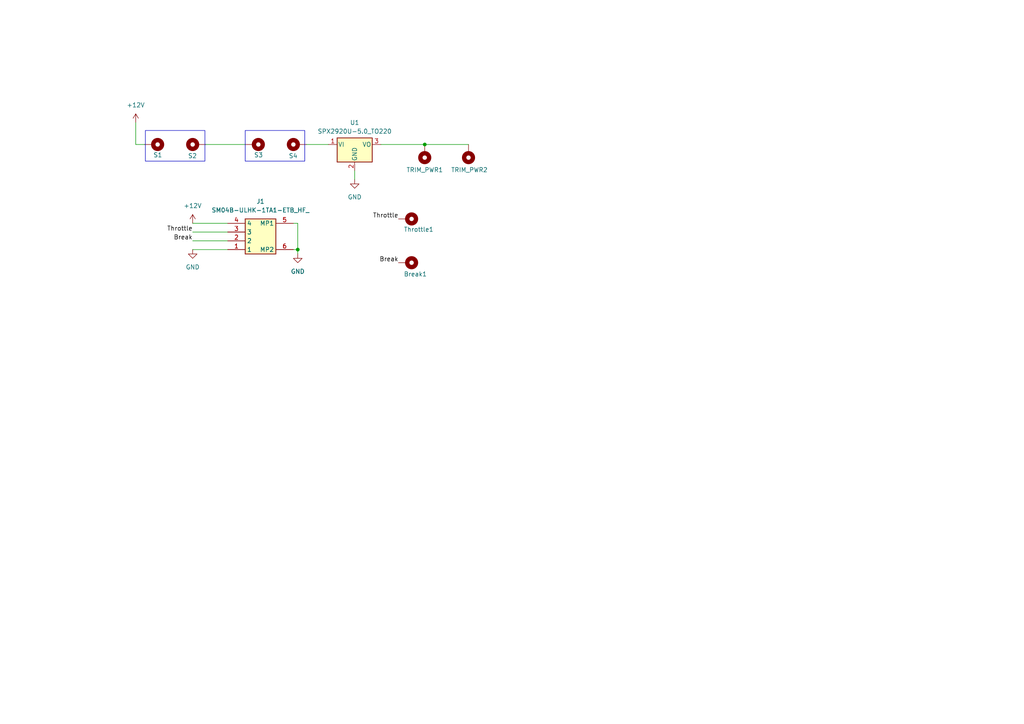
<source format=kicad_sch>
(kicad_sch (version 20250114) (generator "eeschema") (generator_version "9.0")
  (paper "A4")
  (title_block (title "BSPD Test Bench") (date "2025-06-19") (rev "V1.0") (company "Sun Devil Motorsports"))
  (lib_symbols
    (symbol "Mechanical:MountingHole_Pad_MP" (pin_numbers (hide yes)) (pin_names (offset 1.016) (hide yes)) (exclude_from_sim yes) (in_bom no)
      (property "Reference" "H" (at 0 6.35 0))
      (property "Value" "MountingHole_Pad_MP" (at 0 4.445 0))
      (symbol "MountingHole_Pad_MP_0_1"
        (circle (center 0 1.27) (radius 1.27) (stroke (width 1.27)))
      )
      (symbol "MountingHole_Pad_MP_1_1"
        (pin input line (at 0 -2.54 90) (length 2.54) (name "MP") (number "MP"))
      )
    )
    (symbol "Regulator_Linear:SPX2920U-5.0_TO220" (pin_names (offset 0.254))
      (property "Reference" "U" (at -3.81 3.175 0))
      (property "Value" "SPX2920U-5.0_TO220" (at 0 3.175 0))
      (symbol "SPX2920U-5.0_TO220_0_1"
        (rectangle (start -5.08 1.905) (end 5.08 -5.08) (stroke (width 0.254)) (fill (type background)))
      )
      (symbol "SPX2920U-5.0_TO220_1_1"
        (pin power_in line (at -7.62 0 0) (length 2.54) (name "VI") (number "1"))
        (pin power_in line (at 0 -7.62 90) (length 2.54) (name "GND") (number "2"))
        (pin power_out line (at 7.62 0 180) (length 2.54) (name "VO") (number "3"))
      )
    )
    (symbol "SDM_CONNECTOR:SM04B-ULHK-1TA1-ETB_HF_"
      (property "Reference" "J" (at 19.05 7.62 0))
      (property "Value" "SM04B-ULHK-1TA1-ETB_HF_" (at 19.05 5.08 0))
      (symbol "SM04B-ULHK-1TA1-ETB_HF__1_1"
        (rectangle (start 5.08 1.27) (end 13.97 -8.89) (stroke (width 0.254)) (fill (type background)))
        (pin passive line (at 0 0 0) (length 5.08) (name "4") (number "4"))
        (pin passive line (at 0 -2.54 0) (length 5.08) (name "3") (number "3"))
        (pin passive line (at 0 -5.08 0) (length 5.08) (name "2") (number "2"))
        (pin passive line (at 0 -7.62 0) (length 5.08) (name "1") (number "1"))
        (pin input line (at 19.05 0 180) (length 5.08) (name "MP1") (number "5"))
        (pin input line (at 19.05 -7.62 180) (length 5.08) (name "MP2") (number "6"))
      )
    )
    (symbol "power:+12V" (power) (pin_numbers (hide yes)) (pin_names (offset 0) (hide yes))
      (property "Value" "+12V" (at 0 3.556 0))
      (symbol "+12V_0_1"
        (polyline (pts (xy -0.762 1.27) (xy 0 2.54)))
        (polyline (pts (xy 0 2.54) (xy 0.762 1.27)))
        (polyline (pts (xy 0 0) (xy 0 2.54)))
      )
      (symbol "+12V_1_1"
        (pin power_in line (at 0 0 90) (length 0) (name "~") (number "1"))
      )
    )
    (symbol "power:GND" (power) (pin_numbers (hide yes)) (pin_names (offset 0) (hide yes))
      (property "Value" "GND" (at 0 -3.81 0))
      (symbol "GND_0_1"
        (polyline (pts (xy 0 0) (xy 0 -1.27) (xy 1.27 -1.27) (xy 0 -2.54) (xy -1.27 -1.27) (xy 0 -1.27)))
      )
      (symbol "GND_1_1"
        (pin power_in line (at 0 0 270) (length 0) (name "~") (number "1"))
      )
    )
  )
  (rectangle (start 71.12 37.846) (end 88.392 46.736))
  (rectangle (start 42.164 37.846) (end 59.436 46.736))
  (junction (at 86.36 72.39))
  (junction (at 123.19 41.91))
  (wire (pts (xy 55.88 69.85) (xy 66.04 69.85)))
  (wire (pts (xy 102.87 52.07) (xy 102.87 49.53)))
  (wire (pts (xy 55.88 64.77) (xy 66.04 64.77)))
  (wire (pts (xy 86.36 72.39) (xy 86.36 73.66)))
  (wire (pts (xy 110.49 41.91) (xy 123.19 41.91)))
  (wire (pts (xy 85.09 64.77) (xy 86.36 64.77)))
  (wire (pts (xy 59.69 41.91) (xy 71.12 41.91)))
  (wire (pts (xy 55.88 67.31) (xy 66.04 67.31)))
  (wire (pts (xy 41.91 41.91) (xy 39.37 41.91)))
  (wire (pts (xy 88.9 41.91) (xy 95.25 41.91)))
  (wire (pts (xy 55.88 72.39) (xy 66.04 72.39)))
  (wire (pts (xy 85.09 72.39) (xy 86.36 72.39)))
  (wire (pts (xy 123.19 41.91) (xy 135.89 41.91)))
  (wire (pts (xy 86.36 64.77) (xy 86.36 72.39)))
  (wire (pts (xy 39.37 35.56) (xy 39.37 41.91)))
  (label "Throttle" (at 115.57 63.5 180))
  (label "Throttle" (at 55.88 67.31 180))
  (label "Break" (at 55.88 69.85 180))
  (label "Break" (at 115.57 76.2 180))
  (symbol (lib_id "Mechanical:MountingHole_Pad_MP") (at 73.66 41.91 270) (unit 1) (exclude_from_sim yes) (in_bom no)
    (property "Reference" "S3" (at 73.66 44.958 90) (effects (justify left)))
    (property "Value" "MountingHole_Pad_MP" (effects (hide yes)))
    (property "Footprint" "MountingHole:MountingHole_2.2mm_M2_Pad_TopBottom" (effects (hide yes)))
    (property "Description" "Mounting Hole with connection as pad named MP" (effects (hide yes)))
  )
  (symbol (lib_id "Regulator_Linear:SPX2920U-5.0_TO220") (at 102.87 41.91 0) (unit 1)
    (property "Reference" "U1" (at 102.87 35.56 0))
    (property "Value" "SPX2920U-5.0_TO220" (at 102.87 38.1 0))
    (property "Footprint" "Package_TO_SOT_THT:TO-220-3_Vertical" (effects (hide yes)))
    (property "Datasheet" "http://www.zlgmcu.com/Sipex/LDO/PDF/spx2920.pdf" (effects (hide yes)))
    (property "Description" "400mA Low drop-out regulator, Fixed Output 5V, TO-220" (effects (hide yes)))
  )
  (symbol (lib_id "power:GND") (at 86.36 73.66 0) (unit 1)
    (property "Reference" "#PWR05" (effects (hide yes)))
    (property "Value" "GND" (at 86.36 78.74 0))
    (property "Description" "Power symbol creates a global label with name \"GND\" , ground" (effects (hide yes)))
  )
  (symbol (lib_id "Mechanical:MountingHole_Pad_MP") (at 118.11 63.5 270) (unit 1) (exclude_from_sim yes) (in_bom no)
    (property "Reference" "Throttle1" (at 117.094 66.548 90) (effects (justify left)))
    (property "Value" "MountingHole_Pad_MP" (effects (hide yes)))
    (property "Footprint" "MountingHole:MountingHole_2.2mm_M2_Pad_TopBottom" (effects (hide yes)))
    (property "Description" "Mounting Hole with connection as pad named MP" (effects (hide yes)))
  )
  (symbol (lib_id "power:+12V") (at 39.37 35.56 0) (unit 1)
    (property "Reference" "#PWR01" (effects (hide yes)))
    (property "Value" "+12V" (at 39.37 30.48 0))
    (property "Description" "Power symbol creates a global label with name \"+12V\"" (effects (hide yes)))
  )
  (symbol (lib_id "SDM_CONNECTOR:SM04B-ULHK-1TA1-ETB_HF_") (at 66.04 64.77 0) (unit 1)
    (property "Reference" "J1" (at 75.565 58.42 0))
    (property "Value" "SM04B-ULHK-1TA1-ETB_HF_" (at 75.565 60.96 0))
    (property "Footprint" "Library:SM04BULHK1TA1ETBHF" (effects (hide yes)))
    (property "Datasheet" "https://www.jst-mfg.com/product/pdf/eng/eULH.pdf?65dd9a2fd1056" (effects (hide yes)))
    (property "Description" "Automotive Connectors 4P ULH Series 0.50 SMT Side Entry Header Key 1 Tin Black" (effects (hide yes)))
    (property "Height" "3.5" (effects (hide yes)))
    (property "Mouser Part Number" "306-SM4BULH1TA1ETBHF" (effects (hide yes)))
    (property "Mouser Price/Stock" "https://www.mouser.co.uk/ProductDetail/JST-Automotive/SM04B-ULHK-1TA1-ETBHF?qs=T%252BzbugeAwjhMN2sH8j2Cng%3D%3D" (effects (hide yes)))
    (property "Manufacturer_Name" "JST (JAPAN SOLDERLESS TERMINALS)" (effects (hide yes)))
    (property "Manufacturer_Part_Number" "SM04B-ULHK-1TA1-ETB(HF)" (effects (hide yes)))
  )
  (symbol (lib_id "Mechanical:MountingHole_Pad_MP") (at 123.19 44.45 180) (unit 1) (exclude_from_sim yes) (in_bom no)
    (property "Reference" "TRIM_PWR1" (at 128.524 49.276 0) (effects (justify left)))
    (property "Value" "MountingHole_Pad_MP" (effects (hide yes)))
    (property "Footprint" "MountingHole:MountingHole_2.2mm_M2_Pad_TopBottom" (effects (hide yes)))
    (property "Description" "Mounting Hole with connection as pad named MP" (effects (hide yes)))
  )
  (symbol (lib_id "Mechanical:MountingHole_Pad_MP") (at 135.89 44.45 180) (unit 1) (exclude_from_sim yes) (in_bom no)
    (property "Reference" "TRIM_PWR2" (at 141.478 49.276 0) (effects (justify left)))
    (property "Value" "MountingHole_Pad_MP" (effects (hide yes)))
    (property "Footprint" "MountingHole:MountingHole_2.2mm_M2_Pad_TopBottom" (effects (hide yes)))
    (property "Description" "Mounting Hole with connection as pad named MP" (effects (hide yes)))
  )
  (symbol (lib_id "Mechanical:MountingHole_Pad_MP") (at 44.45 41.91 270) (unit 1) (exclude_from_sim yes) (in_bom no)
    (property "Reference" "S1" (at 44.45 44.958 90) (effects (justify left)))
    (property "Value" "MountingHole_Pad_MP" (effects (hide yes)))
    (property "Footprint" "MountingHole:MountingHole_2.2mm_M2_Pad_TopBottom" (effects (hide yes)))
    (property "Description" "Mounting Hole with connection as pad named MP" (effects (hide yes)))
  )
  (symbol (lib_id "Mechanical:MountingHole_Pad_MP") (at 57.15 41.91 90) (unit 1) (exclude_from_sim yes) (in_bom no)
    (property "Reference" "S2" (at 57.15 45.212 90) (effects (justify left)))
    (property "Value" "MountingHole_Pad_MP" (effects (hide yes)))
    (property "Footprint" "MountingHole:MountingHole_2.2mm_M2_Pad_TopBottom" (effects (hide yes)))
    (property "Description" "Mounting Hole with connection as pad named MP" (effects (hide yes)))
  )
  (symbol (lib_id "Mechanical:MountingHole_Pad_MP") (at 118.11 76.2 270) (unit 1) (exclude_from_sim yes) (in_bom no)
    (property "Reference" "Break1" (at 117.094 79.502 90) (effects (justify left)))
    (property "Value" "MountingHole_Pad_MP" (effects (hide yes)))
    (property "Footprint" "MountingHole:MountingHole_2.2mm_M2_Pad_TopBottom" (effects (hide yes)))
    (property "Description" "Mounting Hole with connection as pad named MP" (effects (hide yes)))
  )
  (symbol (lib_id "Mechanical:MountingHole_Pad_MP") (at 86.36 41.91 90) (unit 1) (exclude_from_sim yes) (in_bom no)
    (property "Reference" "S4" (at 86.36 45.212 90) (effects (justify left)))
    (property "Value" "MountingHole_Pad_MP" (effects (hide yes)))
    (property "Footprint" "MountingHole:MountingHole_2.2mm_M2_Pad_TopBottom" (effects (hide yes)))
    (property "Description" "Mounting Hole with connection as pad named MP" (effects (hide yes)))
  )
  (symbol (lib_id "power:+12V") (at 55.88 64.77 0) (unit 1)
    (property "Reference" "#PWR02" (effects (hide yes)))
    (property "Value" "+12V" (at 55.88 59.69 0))
    (property "Description" "Power symbol creates a global label with name \"+12V\"" (effects (hide yes)))
  )
  (symbol (lib_id "power:GND") (at 102.87 52.07 0) (unit 1)
    (property "Reference" "#PWR04" (effects (hide yes)))
    (property "Value" "GND" (at 102.87 57.15 0))
    (property "Description" "Power symbol creates a global label with name \"GND\" , ground" (effects (hide yes)))
  )
  (symbol (lib_id "power:GND") (at 55.88 72.39 0) (unit 1)
    (property "Reference" "#PWR03" (effects (hide yes)))
    (property "Value" "GND" (at 55.88 77.47 0))
    (property "Description" "Power symbol creates a global label with name \"GND\" , ground" (effects (hide yes)))
  )
)
</source>
